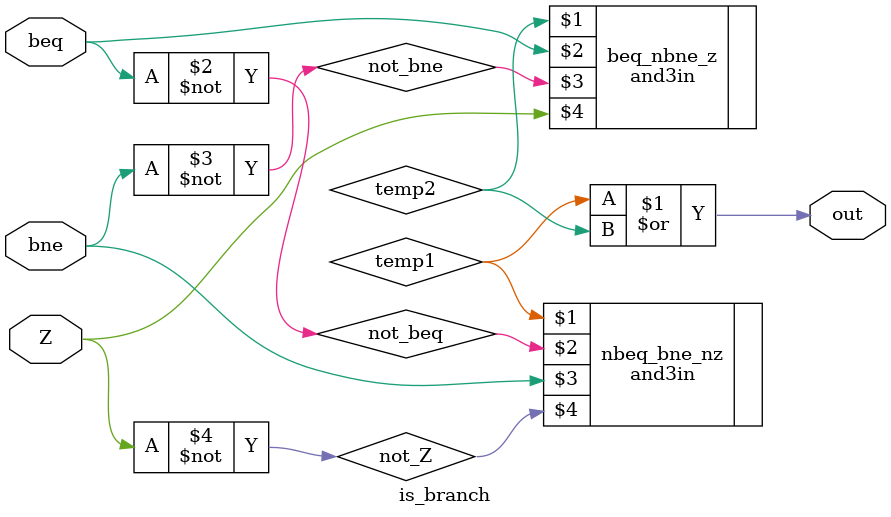
<source format=v>
module is_branch(beq, bne, Z, out);

input beq, bne, Z;
output out;
wire not_beq, not_bne, not_Z;
wire temp1, temp2;

not NEQ (not_beq, beq);
not NNE (not_bne, bne);
not NZ (not_Z, Z);

and3in nbeq_bne_nz (temp1, not_beq, bne, not_Z);
and3in beq_nbne_z (temp2, beq, not_bne, Z);

or result (out, temp1, temp2);

endmodule

</source>
